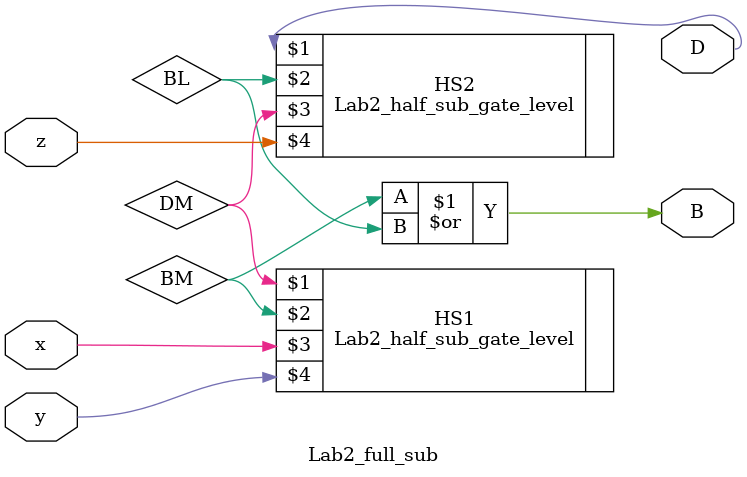
<source format=v>
`include "../half_sub/Lab2_half_sub_gate_level.v"
module Lab2_full_sub(output D, B, input x, y, z);
	wire    DM, BM, BL;
	
	Lab2_half_sub_gate_level HS1(DM, BM, x, y);
	Lab2_half_sub_gate_level HS2(D, BL, DM, z);
	assign B = BM | BL;
endmodule
</source>
